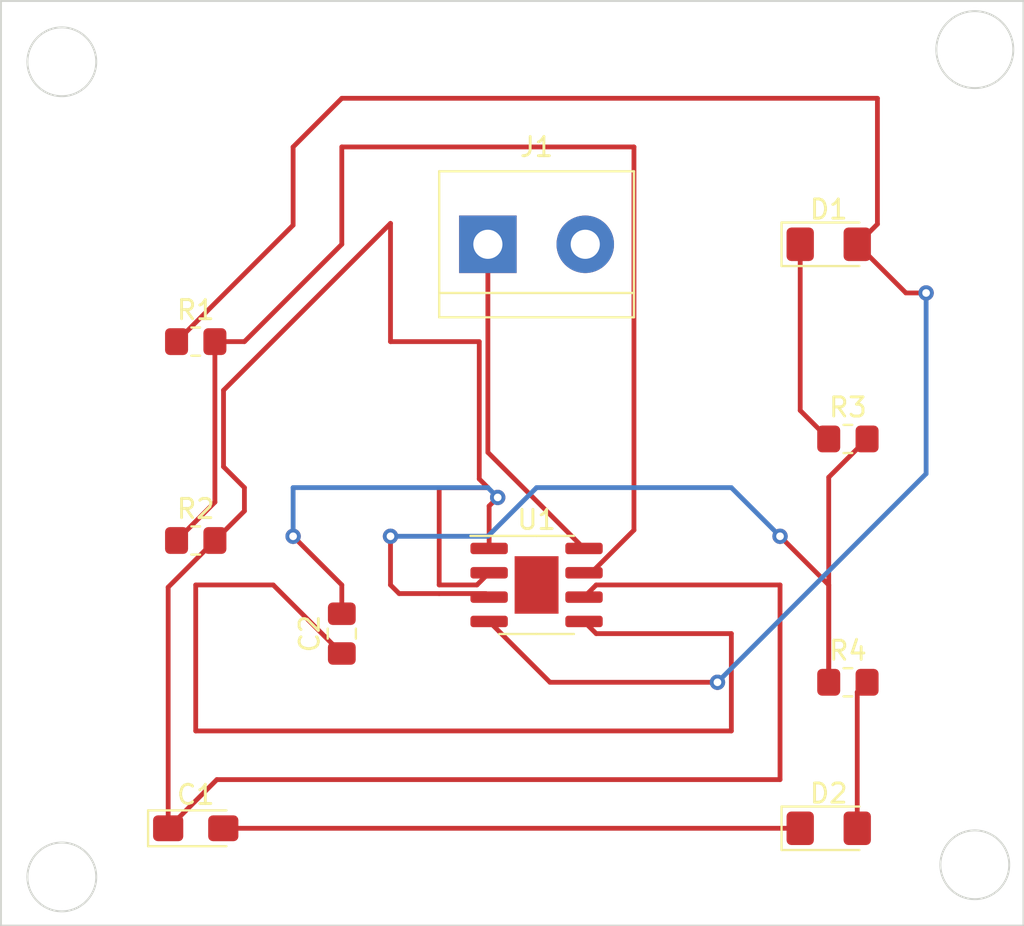
<source format=kicad_pcb>
(kicad_pcb (version 20211014) (generator pcbnew)
  (layers (0 "F.Cu" signal) (31 "B.Cu" signal) (34 "B.Paste" user) (35 "F.Paste" user) (36 "B.SilkS" user "B.Silkscreen") (37 "F.SilkS" user "F.Silkscreen") (38 "B.Mask" user) (39 "F.Mask" user) (44 "Edge.Cuts" user))
  (net 0 "")
  (net 1 "/Pin 2")
  (net 2 "GND")
  (net 3 "Net-(C2-Pad1)")
  (net 4 "Net-(D1-Pad1)")
  (net 5 "/+9V")
  (net 6 "Net-(D2-Pad2)")
  (net 7 "Net-(J1-Pad1)")
  (net 8 "/Pin 7")
  (net 9 "Net-(R3-Pad2)")
  (footprint "TerminalBlock:TerminalBlock_bornier-2_P5.08mm" (layer "F.Cu") (at 106.68 38.1)
    (fp_text reference "J1" (at 2.54 -5.08) (layer "F.SilkS"))
    (fp_text value "Conn_01x02_Male")
    (fp_line (start -2.54 3.81) (end 7.62 3.81) (layer "F.SilkS") (width 0.12))
    (fp_line (start 7.62 2.54) (end -2.54 2.54) (layer "F.SilkS") (width 0.12))
    (fp_line (start -2.54 -3.81) (end -2.54 3.81) (layer "F.SilkS") (width 0.12))
    (fp_line (start 7.62 -3.81) (end -2.54 -3.81) (layer "F.SilkS") (width 0.12))
    (fp_line (start 7.62 3.81) (end 7.62 -3.81) (layer "F.SilkS") (width 0.12))
    (pad "1" thru_hole rect (at 0 0) (size 3 3) (drill 1.52) (layers *.Cu *.Mask) (net 7 "Net-(J1-Pad1)"))
    (pad "2" thru_hole circle (at 5.08 0) (size 3 3) (drill 1.52) (layers *.Cu *.Mask) (net 2 "GND"))
  )
  (footprint "LED_SMD:LED_1206_3216Metric_Pad1.42x1.75mm_HandSolder" (layer "F.Cu") (at 124.46 68.58)
    (fp_text reference "D2" (at 0 -1.82) (layer "F.SilkS"))
    (fp_text value "LED")
    (fp_line (start -2.46 1.135) (end 1.6 1.135) (layer "F.SilkS") (width 0.12))
    (fp_line (start -2.46 -1.135) (end -2.46 1.135) (layer "F.SilkS") (width 0.12))
    (fp_line (start 1.6 -1.135) (end -2.46 -1.135) (layer "F.SilkS") (width 0.12))
    (pad "1" smd roundrect (at -1.4875 0) (size 1.425 1.75) (layers "F.Cu" "F.Paste" "F.Mask") (roundrect_rratio 0.175439) (net 2 "GND"))
    (pad "2" smd roundrect (at 1.4875 0) (size 1.425 1.75) (layers "F.Cu" "F.Paste" "F.Mask") (roundrect_rratio 0.175439) (net 6 "Net-(D2-Pad2)"))
  )
  (footprint "Resistor_SMD:R_0805_2012Metric_Pad1.20x1.40mm_HandSolder" (layer "F.Cu") (at 91.44 43.18)
    (fp_text reference "R1" (at 0 -1.65) (layer "F.SilkS"))
    (fp_text value "1k")
    (fp_line (start -0.227064 -0.735) (end 0.227064 -0.735) (layer "F.SilkS") (width 0.12))
    (fp_line (start -0.227064 0.735) (end 0.227064 0.735) (layer "F.SilkS") (width 0.12))
    (pad "1" smd roundrect (at -1 0) (size 1.2 1.4) (layers "F.Cu" "F.Paste" "F.Mask") (roundrect_rratio 0.208333) (net 5 "/+9V"))
    (pad "2" smd roundrect (at 1 0) (size 1.2 1.4) (layers "F.Cu" "F.Paste" "F.Mask") (roundrect_rratio 0.208333) (net 8 "/Pin 7"))
  )
  (footprint "Capacitor_Tantalum_SMD:CP_EIA-3216-18_Kemet-A_Pad1.58x1.35mm_HandSolder" (layer "F.Cu") (at 91.44 68.58)
    (fp_text reference "C1" (at 0 -1.75) (layer "F.SilkS"))
    (fp_text value "10 uF")
    (fp_line (start 1.6 -0.935) (end -2.485 -0.935) (layer "F.SilkS") (width 0.12))
    (fp_line (start -2.485 0.935) (end 1.6 0.935) (layer "F.SilkS") (width 0.12))
    (fp_line (start -2.485 -0.935) (end -2.485 0.935) (layer "F.SilkS") (width 0.12))
    (pad "1" smd roundrect (at -1.4375 0) (size 1.575 1.35) (layers "F.Cu" "F.Paste" "F.Mask") (roundrect_rratio 0.185185) (net 1 "/Pin 2"))
    (pad "2" smd roundrect (at 1.4375 0) (size 1.575 1.35) (layers "F.Cu" "F.Paste" "F.Mask") (roundrect_rratio 0.185185) (net 2 "GND"))
  )
  (footprint "Capacitor_SMD:C_0805_2012Metric_Pad1.18x1.45mm_HandSolder" (layer "F.Cu") (at 99.06 58.42 90)
    (fp_text reference "C2" (at 0 -1.68 90) (layer "F.SilkS"))
    (fp_text value "0.01 uF")
    (fp_line (start -0.261252 -0.735) (end 0.261252 -0.735) (layer "F.SilkS") (width 0.12))
    (fp_line (start -0.261252 0.735) (end 0.261252 0.735) (layer "F.SilkS") (width 0.12))
    (pad "1" smd roundrect (at -1.0375 0 90) (size 1.175 1.45) (layers "F.Cu" "F.Paste" "F.Mask") (roundrect_rratio 0.212766) (net 3 "Net-(C2-Pad1)"))
    (pad "2" smd roundrect (at 1.0375 0 90) (size 1.175 1.45) (layers "F.Cu" "F.Paste" "F.Mask") (roundrect_rratio 0.212766) (net 2 "GND"))
  )
  (footprint "Package_SO:SOIC-8-1EP_3.9x4.9mm_P1.27mm_EP2.29x3mm" (layer "F.Cu") (at 109.22 55.88)
    (fp_text reference "U1" (at 0 -3.4) (layer "F.SilkS"))
    (fp_text value "NE555D")
    (fp_line (start 0 -2.56) (end -3.45 -2.56) (layer "F.SilkS") (width 0.12))
    (fp_line (start 0 2.56) (end -1.95 2.56) (layer "F.SilkS") (width 0.12))
    (fp_line (start 0 -2.56) (end 1.95 -2.56) (layer "F.SilkS") (width 0.12))
    (fp_line (start 0 2.56) (end 1.95 2.56) (layer "F.SilkS") (width 0.12))
    (pad "1" smd roundrect (at -2.475 -1.905) (size 1.95 0.6) (layers "F.Cu" "F.Paste" "F.Mask") (net 2 "GND"))
    (pad "2" smd roundrect (at -2.475 -0.635) (size 1.95 0.6) (layers "F.Cu" "F.Paste" "F.Mask") (net 1 "/Pin 2"))
    (pad "3" smd roundrect (at -2.475 0.635) (size 1.95 0.6) (layers "F.Cu" "F.Paste" "F.Mask") (net 9 "Net-(R3-Pad2)"))
    (pad "4" smd roundrect (at -2.475 1.905) (size 1.95 0.6) (layers "F.Cu" "F.Paste" "F.Mask") (net 5 "/+9V"))
    (pad "5" smd roundrect (at 2.475 1.905) (size 1.95 0.6) (layers "F.Cu" "F.Paste" "F.Mask") (net 3 "Net-(C2-Pad1)"))
    (pad "6" smd roundrect (at 2.475 0.635) (size 1.95 0.6) (layers "F.Cu" "F.Paste" "F.Mask") (net 1 "/Pin 2"))
    (pad "7" smd roundrect (at 2.475 -0.635) (size 1.95 0.6) (layers "F.Cu" "F.Paste" "F.Mask") (net 8 "/Pin 7"))
    (pad "8" smd roundrect (at 2.475 -1.905) (size 1.95 0.6) (layers "F.Cu" "F.Paste" "F.Mask") (net 7 "Net-(J1-Pad1)"))
    (pad "9" smd rect (at 0 0) (size 2.29 3) (layers "F.Cu" "F.Mask"))
  )
  (footprint "Resistor_SMD:R_0805_2012Metric_Pad1.20x1.40mm_HandSolder" (layer "F.Cu") (at 125.46 48.26)
    (fp_text reference "R3" (at 0 -1.65) (layer "F.SilkS"))
    (fp_text value "1k")
    (fp_line (start -0.227064 0.735) (end 0.227064 0.735) (layer "F.SilkS") (width 0.12))
    (fp_line (start -0.227064 -0.735) (end 0.227064 -0.735) (layer "F.SilkS") (width 0.12))
    (pad "1" smd roundrect (at -1 0) (size 1.2 1.4) (layers "F.Cu" "F.Paste" "F.Mask") (roundrect_rratio 0.208333) (net 4 "Net-(D1-Pad1)"))
    (pad "2" smd roundrect (at 1 0) (size 1.2 1.4) (layers "F.Cu" "F.Paste" "F.Mask") (roundrect_rratio 0.208333) (net 9 "Net-(R3-Pad2)"))
  )
  (footprint "Resistor_SMD:R_0805_2012Metric_Pad1.20x1.40mm_HandSolder" (layer "F.Cu") (at 125.46 60.96)
    (fp_text reference "R4" (at 0 -1.65) (layer "F.SilkS"))
    (fp_text value "1k")
    (fp_line (start -0.227064 -0.735) (end 0.227064 -0.735) (layer "F.SilkS") (width 0.12))
    (fp_line (start -0.227064 0.735) (end 0.227064 0.735) (layer "F.SilkS") (width 0.12))
    (pad "1" smd roundrect (at -1 0) (size 1.2 1.4) (layers "F.Cu" "F.Paste" "F.Mask") (roundrect_rratio 0.208333) (net 9 "Net-(R3-Pad2)"))
    (pad "2" smd roundrect (at 1 0) (size 1.2 1.4) (layers "F.Cu" "F.Paste" "F.Mask") (roundrect_rratio 0.208333) (net 6 "Net-(D2-Pad2)"))
  )
  (footprint "Resistor_SMD:R_0805_2012Metric_Pad1.20x1.40mm_HandSolder" (layer "F.Cu") (at 91.44 53.56)
    (fp_text reference "R2" (at 0 -1.65) (layer "F.SilkS"))
    (fp_text value "10k")
    (fp_line (start -0.227064 -0.735) (end 0.227064 -0.735) (layer "F.SilkS") (width 0.12))
    (fp_line (start -0.227064 0.735) (end 0.227064 0.735) (layer "F.SilkS") (width 0.12))
    (pad "1" smd roundrect (at -1 0) (size 1.2 1.4) (layers "F.Cu" "F.Paste" "F.Mask") (roundrect_rratio 0.208333) (net 8 "/Pin 7"))
    (pad "2" smd roundrect (at 1 0) (size 1.2 1.4) (layers "F.Cu" "F.Paste" "F.Mask") (roundrect_rratio 0.208333) (net 1 "/Pin 2"))
  )
  (footprint "LED_SMD:LED_1206_3216Metric_Pad1.42x1.75mm_HandSolder" (layer "F.Cu") (at 124.46 38.1)
    (fp_text reference "D1" (at 0 -1.82) (layer "F.SilkS"))
    (fp_text value "LED")
    (fp_line (start -2.46 -1.135) (end -2.46 1.135) (layer "F.SilkS") (width 0.12))
    (fp_line (start 1.6 -1.135) (end -2.46 -1.135) (layer "F.SilkS") (width 0.12))
    (fp_line (start -2.46 1.135) (end 1.6 1.135) (layer "F.SilkS") (width 0.12))
    (pad "1" smd roundrect (at -1.4875 0) (size 1.425 1.75) (layers "F.Cu" "F.Paste" "F.Mask") (roundrect_rratio 0.175439) (net 4 "Net-(D1-Pad1)"))
    (pad "2" smd roundrect (at 1.4875 0) (size 1.425 1.75) (layers "F.Cu" "F.Paste" "F.Mask") (roundrect_rratio 0.175439) (net 5 "/+9V"))
  )
  (gr_circle (center 132.08 27.94) (end 130.175 28.575) (layer "Edge.Cuts") (width 0.1) (fill none))
  (gr_circle (center 132.08 70.485) (end 130.81 69.215) (layer "Edge.Cuts") (width 0.1) (fill none))
  (gr_rect (start 81.28 25.4) (end 134.62 73.66) (layer "Edge.Cuts") (width 0.1) (fill none))
  (gr_circle (center 84.455 71.12) (end 85.725 69.85) (layer "Edge.Cuts") (width 0.1) (fill none))
  (gr_circle (center 84.455 28.575) (end 85.725 29.845) (layer "Edge.Cuts") (width 0.1) (fill none))
  (segment (start 90.0025 68.58) (end 90.0025 55.9975) (width 0.25) (layer "F.Cu") (net 1))
  (segment (start 92.5425 66.04) (end 90.0025 68.58) (width 0.25) (layer "F.Cu") (net 1))
  (segment (start 101.6 43.18) (end 101.6 37.01) (width 0.25) (layer "F.Cu") (net 1))
  (segment (start 92.89 45.72) (end 92.89 49.71) (width 0.25) (layer "F.Cu") (net 1))
  (segment (start 104.14 55.88) (end 104.14 50.8) (width 0.25) (layer "F.Cu") (net 1))
  (segment (start 90.0025 55.9975) (end 92.44 53.56) (width 0.25) (layer "F.Cu") (net 1))
  (segment (start 93.98 50.8) (end 93.98 52.02) (width 0.25) (layer "F.Cu") (net 1))
  (segment (start 111.695 56.515) (end 112.33 55.88) (width 0.25) (layer "F.Cu") (net 1))
  (segment (start 121.92 55.88) (end 121.92 66.04) (width 0.25) (layer "F.Cu") (net 1))
  (segment (start 92.89 49.71) (end 93.98 50.8) (width 0.25) (layer "F.Cu") (net 1))
  (segment (start 106.23 50.35) (end 106.23 43.18) (width 0.25) (layer "F.Cu") (net 1))
  (segment (start 106.68 50.8) (end 106.23 50.35) (width 0.25) (layer "F.Cu") (net 1))
  (segment (start 106.11 55.88) (end 104.14 55.88) (width 0.25) (layer "F.Cu") (net 1))
  (segment (start 106.23 43.18) (end 101.6 43.18) (width 0.25) (layer "F.Cu") (net 1))
  (segment (start 106.745 55.245) (end 106.11 55.88) (width 0.25) (layer "F.Cu") (net 1))
  (segment (start 101.6 37.01) (end 92.89 45.72) (width 0.25) (layer "F.Cu") (net 1))
  (segment (start 121.92 66.04) (end 92.5425 66.04) (width 0.25) (layer "F.Cu") (net 1))
  (segment (start 112.33 55.88) (end 121.92 55.88) (width 0.25) (layer "F.Cu") (net 1))
  (segment (start 93.98 52.02) (end 92.44 53.56) (width 0.25) (layer "F.Cu") (net 1))
  (segment (start 104.14 50.8) (end 106.68 50.8) (width 0.25) (layer "F.Cu") (net 1))
  (segment (start 106.745 53.975) (end 106.745 51.7596) (width 0.25) (layer "F.Cu") (net 2))
  (segment (start 106.745 51.7596) (end 107.1923 51.3123) (width 0.25) (layer "F.Cu") (net 2))
  (segment (start 96.52 53.34) (end 99.06 55.88) (width 0.25) (layer "F.Cu") (net 2))
  (segment (start 92.8775 68.58) (end 122.9725 68.58) (width 0.25) (layer "F.Cu") (net 2))
  (segment (start 99.06 55.88) (end 99.06 57.3825) (width 0.25) (layer "F.Cu") (net 2))
  (via (at 107.1923 51.3123) (size 0.8) (drill 0.4) (layers "F.Cu" "B.Cu") (net 2))
  (via (at 96.52 53.34) (size 0.8) (drill 0.4) (layers "F.Cu" "B.Cu") (net 2))
  (segment (start 106.68 50.8) (end 96.52 50.8) (width 0.25) (layer "B.Cu") (net 2))
  (segment (start 107.1923 51.3123) (end 106.68 50.8) (width 0.25) (layer "B.Cu") (net 2))
  (segment (start 96.52 50.8) (end 96.52 53.34) (width 0.25) (layer "B.Cu") (net 2))
  (segment (start 119.38 63.5) (end 91.44 63.5) (width 0.25) (layer "F.Cu") (net 3))
  (segment (start 111.695 57.785) (end 112.33 58.42) (width 0.25) (layer "F.Cu") (net 3))
  (segment (start 91.44 63.5) (end 91.44 55.88) (width 0.25) (layer "F.Cu") (net 3))
  (segment (start 91.44 55.88) (end 95.4825 55.88) (width 0.25) (layer "F.Cu") (net 3))
  (segment (start 95.4825 55.88) (end 99.06 59.4575) (width 0.25) (layer "F.Cu") (net 3))
  (segment (start 119.38 58.42) (end 119.38 63.5) (width 0.25) (layer "F.Cu") (net 3))
  (segment (start 112.33 58.42) (end 119.38 58.42) (width 0.25) (layer "F.Cu") (net 3))
  (segment (start 122.9725 46.7725) (end 122.9725 38.1) (width 0.25) (layer "F.Cu") (net 4))
  (segment (start 124.46 48.26) (end 122.9725 46.7725) (width 0.25) (layer "F.Cu") (net 4))
  (segment (start 127 30.48) (end 127 37.0475) (width 0.25) (layer "F.Cu") (net 5))
  (segment (start 127 37.0475) (end 125.9475 38.1) (width 0.25) (layer "F.Cu") (net 5))
  (segment (start 96.52 33.02) (end 99.06 30.48) (width 0.25) (layer "F.Cu") (net 5))
  (segment (start 99.06 30.48) (end 127 30.48) (width 0.25) (layer "F.Cu") (net 5))
  (segment (start 90.44 43.18) (end 96.52 37.1) (width 0.25) (layer "F.Cu") (net 5))
  (segment (start 128.4875 40.64) (end 125.9475 38.1) (width 0.25) (layer "F.Cu") (net 5))
  (segment (start 106.745 57.785) (end 109.92 60.96) (width 0.25) (layer "F.Cu") (net 5))
  (segment (start 129.54 40.64) (end 128.4875 40.64) (width 0.25) (layer "F.Cu") (net 5))
  (segment (start 96.52 37.1) (end 96.52 33.02) (width 0.25) (layer "F.Cu") (net 5))
  (segment (start 109.92 60.96) (end 118.6555 60.96) (width 0.25) (layer "F.Cu") (net 5))
  (via (at 118.6555 60.96) (size 0.8) (drill 0.4) (layers "F.Cu" "B.Cu") (net 5))
  (via (at 129.54 40.64) (size 0.8) (drill 0.4) (layers "F.Cu" "B.Cu") (net 5))
  (segment (start 129.54 50.0755) (end 129.54 40.64) (width 0.25) (layer "B.Cu") (net 5))
  (segment (start 118.6555 60.96) (end 129.54 50.0755) (width 0.25) (layer "B.Cu") (net 5))
  (segment (start 125.9475 61.4725) (end 125.9475 68.58) (width 0.25) (layer "F.Cu") (net 6))
  (segment (start 126.46 60.96) (end 125.9475 61.4725) (width 0.25) (layer "F.Cu") (net 6))
  (segment (start 111.695 53.975) (end 106.68 48.96) (width 0.25) (layer "F.Cu") (net 7))
  (segment (start 106.68 48.96) (end 106.68 38.1) (width 0.25) (layer "F.Cu") (net 7))
  (segment (start 114.3 53.016751) (end 114.3 33.02) (width 0.25) (layer "F.Cu") (net 8))
  (segment (start 111.695 55.245) (end 112.071751 55.245) (width 0.25) (layer "F.Cu") (net 8))
  (segment (start 99.06 33.02) (end 99.06 38.1) (width 0.25) (layer "F.Cu") (net 8))
  (segment (start 114.3 33.02) (end 99.06 33.02) (width 0.25) (layer "F.Cu") (net 8))
  (segment (start 93.98 43.18) (end 92.44 43.18) (width 0.25) (layer "F.Cu") (net 8))
  (segment (start 90.44 53.56) (end 92.44 51.56) (width 0.25) (layer "F.Cu") (net 8))
  (segment (start 92.44 51.56) (end 92.44 43.18) (width 0.25) (layer "F.Cu") (net 8))
  (segment (start 112.071751 55.245) (end 114.3 53.016751) (width 0.25) (layer "F.Cu") (net 8))
  (segment (start 99.06 38.1) (end 93.98 43.18) (width 0.25) (layer "F.Cu") (net 8))
  (segment (start 102.05 56.33) (end 101.6 55.88) (width 0.25) (layer "F.Cu") (net 9))
  (segment (start 126.46 48.26) (end 124.46 50.26) (width 0.25) (layer "F.Cu") (net 9))
  (segment (start 121.92 53.34) (end 124.46 55.88) (width 0.25) (layer "F.Cu") (net 9))
  (segment (start 104.14 56.33) (end 102.05 56.33) (width 0.25) (layer "F.Cu") (net 9))
  (segment (start 101.6 55.88) (end 101.6 53.34) (width 0.25) (layer "F.Cu") (net 9))
  (segment (start 106.745 56.515) (end 106.56 56.33) (width 0.25) (layer "F.Cu") (net 9))
  (segment (start 106.56 56.33) (end 104.14 56.33) (width 0.25) (layer "F.Cu") (net 9))
  (segment (start 124.46 50.26) (end 124.46 60.96) (width 0.25) (layer "F.Cu") (net 9))
  (segment (start 124.46 55.88) (end 124.46 60.96) (width 0.25) (layer "F.Cu") (net 9))
  (via (at 101.6 53.34) (size 0.8) (drill 0.4) (layers "F.Cu" "B.Cu") (net 9))
  (via (at 121.92 53.34) (size 0.8) (drill 0.4) (layers "F.Cu" "B.Cu") (net 9))
  (segment (start 106.68 53.34) (end 109.22 50.8) (width 0.25) (layer "B.Cu") (net 9))
  (segment (start 119.38 50.8) (end 121.92 53.34) (width 0.25) (layer "B.Cu") (net 9))
  (segment (start 109.22 50.8) (end 119.38 50.8) (width 0.25) (layer "B.Cu") (net 9))
  (segment (start 101.6 53.34) (end 106.68 53.34) (width 0.25) (layer "B.Cu") (net 9))
)
</source>
